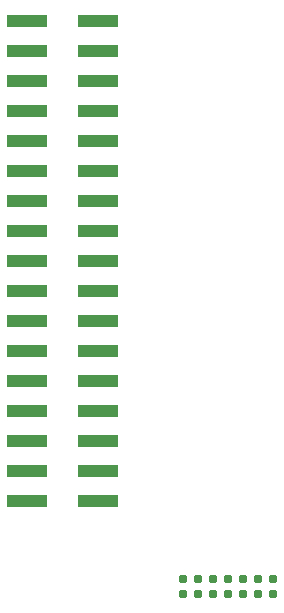
<source format=gbr>
%TF.GenerationSoftware,KiCad,Pcbnew,8.0.1*%
%TF.CreationDate,2024-03-28T17:00:14+01:00*%
%TF.ProjectId,KLST_CATERPILLAR,4b4c5354-5f43-4415-9445-5250494c4c41,rev?*%
%TF.SameCoordinates,Original*%
%TF.FileFunction,Paste,Bot*%
%TF.FilePolarity,Positive*%
%FSLAX46Y46*%
G04 Gerber Fmt 4.6, Leading zero omitted, Abs format (unit mm)*
G04 Created by KiCad (PCBNEW 8.0.1) date 2024-03-28 17:00:14*
%MOMM*%
%LPD*%
G01*
G04 APERTURE LIST*
%ADD10R,3.500000X1.020000*%
%ADD11C,0.787000*%
G04 APERTURE END LIST*
D10*
%TO.C,J13*%
X59000000Y-85600000D03*
X53000000Y-85600000D03*
X59000000Y-88140000D03*
X53000000Y-88140000D03*
X59000000Y-90680000D03*
X53000000Y-90680000D03*
X59000000Y-93220000D03*
X53000000Y-93220000D03*
X59000000Y-95760000D03*
X53000000Y-95760000D03*
X59000000Y-98300000D03*
X53000000Y-98300000D03*
X59000000Y-100840000D03*
X53000000Y-100840000D03*
X59000000Y-103380000D03*
X53000000Y-103380000D03*
X59000000Y-105920000D03*
X53000000Y-105920000D03*
X59000000Y-108460000D03*
X53000000Y-108460000D03*
X59000000Y-111000000D03*
X53000000Y-111000000D03*
X59000000Y-113540000D03*
X53000000Y-113540000D03*
X59000000Y-116080000D03*
X53000000Y-116080000D03*
X59000000Y-118620000D03*
X53000000Y-118620000D03*
X59000000Y-121160000D03*
X53000000Y-121160000D03*
X59000000Y-123700000D03*
X53000000Y-123700000D03*
X59000000Y-126240000D03*
X53000000Y-126240000D03*
%TD*%
D11*
%TO.C,J15*%
X73810000Y-134115676D03*
X72540000Y-134115676D03*
X71270000Y-134115676D03*
X70000000Y-134115676D03*
X68730000Y-134115676D03*
X67460000Y-134115676D03*
X66190000Y-134115676D03*
X66190000Y-132845676D03*
X67460000Y-132845676D03*
X68730000Y-132845676D03*
X70000000Y-132845676D03*
X71270000Y-132845676D03*
X72540000Y-132845676D03*
X73810000Y-132845676D03*
%TD*%
M02*

</source>
